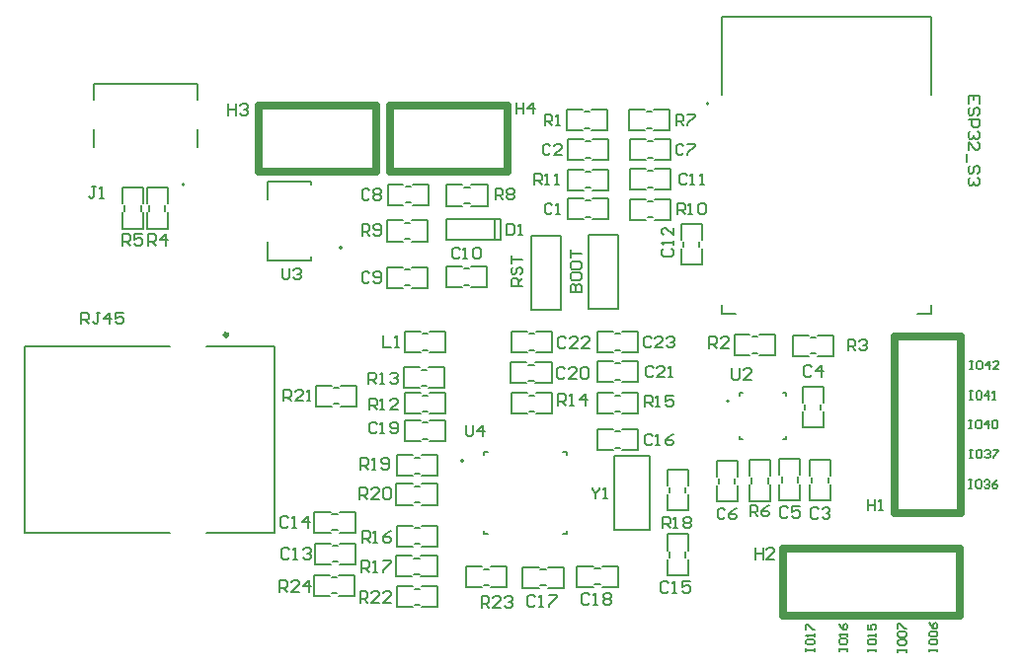
<source format=gto>
G04*
G04 #@! TF.GenerationSoftware,Altium Limited,Altium Designer,24.9.1 (31)*
G04*
G04 Layer_Color=65535*
%FSTAX44Y44*%
%MOMM*%
G71*
G04*
G04 #@! TF.SameCoordinates,77538C0C-0C9F-436E-B66A-60309351D6FF*
G04*
G04*
G04 #@! TF.FilePolarity,Positive*
G04*
G01*
G75*
%ADD10C,0.2000*%
%ADD11C,0.3000*%
%ADD12C,0.1778*%
%ADD13C,0.1270*%
%ADD14C,0.6350*%
D10*
X0033512Y00169741D02*
G03*
X0033512Y00169741I-00001J0D01*
G01*
X0054556Y0047625D02*
G03*
X0054556Y0047625I-00001J0D01*
G01*
X00230912Y00352766D02*
G03*
X00230912Y00352766I-00001J0D01*
G01*
X0056282Y0022078D02*
G03*
X0056282Y0022078I-00001J0D01*
G01*
X00095738Y00406852D02*
G03*
X00095738Y00406852I-00001J0D01*
G01*
X00299484Y00156718D02*
X00312902D01*
Y00174752D01*
X00299484D02*
X00312902D01*
X00277902D02*
X00291734D01*
X00277902Y00156718D02*
X00291734D01*
X00277902D02*
Y00174752D01*
X00228872Y00125984D02*
X00242316D01*
X00207264D02*
X00221122D01*
X00207264Y00108204D02*
X00221122D01*
X00228872D02*
X00242316D01*
X00207264D02*
Y00125984D01*
X00242316Y00108204D02*
Y00125984D01*
X00278156Y001143D02*
X00291574D01*
X00278156Y00096266D02*
Y001143D01*
Y00096266D02*
X00291574D01*
X00299324D02*
X00313156D01*
X00299324Y001143D02*
X00313156D01*
Y00096266D02*
Y001143D01*
X00277648Y00088392D02*
X00291066D01*
X00277648Y00070358D02*
Y00088392D01*
Y00070358D02*
X00291066D01*
X00298816D02*
X00312648D01*
X00298816Y00088392D02*
X00312648D01*
Y00070358D02*
Y00088392D01*
X0045417Y00079502D02*
X00467614D01*
X00432562D02*
X0044642D01*
X00432562Y00061722D02*
X0044642D01*
X0045417D02*
X00467614D01*
X00432562D02*
Y00079502D01*
X00467614Y00061722D02*
Y00079502D01*
X00443172Y00299974D02*
X00468122D01*
Y00363474D01*
X00442722D02*
X00468122D01*
X00442722Y00299974D02*
Y00363474D01*
Y00299974D02*
X00443172D01*
X003762Y00228092D02*
X00389618D01*
X003762Y00210058D02*
Y00228092D01*
Y00210058D02*
X00389618D01*
X00397368D02*
X004112D01*
X00397368Y00228092D02*
X004112D01*
Y00210058D02*
Y00228092D01*
X0028476D02*
X00298178D01*
X0028476Y00210058D02*
Y00228092D01*
Y00210058D02*
X00298178D01*
X00305928D02*
X0031976D01*
X00305928Y00228092D02*
X0031976D01*
Y00210058D02*
Y00228092D01*
X0044986D02*
X00463278D01*
X0044986Y00210058D02*
Y00228092D01*
Y00210058D02*
X00463278D01*
X00471028D02*
X0048486D01*
X00471028Y00228092D02*
X0048486D01*
Y00210058D02*
Y00228092D01*
X00606264Y00157606D02*
Y0017105D01*
Y00135998D02*
Y00149856D01*
X00624044Y00135998D02*
Y00149856D01*
Y00157606D02*
Y0017105D01*
X00606264Y00135998D02*
X00624044D01*
X00606264Y0017105D02*
X00624044D01*
X00649986Y00135636D02*
Y0014908D01*
Y0015683D02*
Y00170688D01*
X00632206Y0015683D02*
Y00170688D01*
Y00135636D02*
Y0014908D01*
Y00170688D02*
X00649986D01*
X00632206Y00135636D02*
X00649986D01*
X00598424Y0015699D02*
Y00170408D01*
X0058039D02*
X00598424D01*
X0058039Y0015699D02*
Y00170408D01*
Y00135408D02*
Y0014924D01*
X00598424Y00135408D02*
Y0014924D01*
X0058039Y00135408D02*
X00598424D01*
X0057023Y00134874D02*
Y00148318D01*
Y00156068D02*
Y00169926D01*
X0055245Y00156068D02*
Y00169926D01*
Y00134874D02*
Y00148318D01*
Y00169926D02*
X0057023D01*
X0055245Y00134874D02*
X0057023D01*
X00639082Y00259588D02*
X006525D01*
Y00277622D01*
X00639082D02*
X006525D01*
X006175D02*
X00631332D01*
X006175Y00259588D02*
X00631332D01*
X006175D02*
Y00277622D01*
X00567404Y00278284D02*
X00580822D01*
X00567404Y0026025D02*
Y00278284D01*
Y0026025D02*
X00580822D01*
X00588572D02*
X00602404D01*
X00588572Y00278284D02*
X00602404D01*
Y0026025D02*
Y00278284D01*
X00449834Y0017907D02*
X00463278D01*
X00471028D02*
X00484886D01*
X00471028Y0019685D02*
X00484886D01*
X00449834D02*
X00463278D01*
X00484886Y0017907D02*
Y0019685D01*
X00449834Y0017907D02*
Y0019685D01*
X00407688Y00078486D02*
X00421132D01*
X0038608D02*
X00399938D01*
X0038608Y00060706D02*
X00399938D01*
X00407688D02*
X00421132D01*
X0038608D02*
Y00078486D01*
X00421132Y00060706D02*
Y00078486D01*
X0033728Y00079148D02*
X00350698D01*
X0033728Y00061114D02*
Y00079148D01*
Y00061114D02*
X00350698D01*
X00358448D02*
X0037228D01*
X00358448Y00079148D02*
X0037228D01*
Y00061114D02*
Y00079148D01*
X00277902Y0006223D02*
X0029132D01*
X00277902Y00044196D02*
Y0006223D01*
Y00044196D02*
X0029132D01*
X0029907D02*
X00312902D01*
X0029907Y0006223D02*
X00312902D01*
Y00044196D02*
Y0006223D01*
X00207036Y00071882D02*
X00220454D01*
X00207036Y00053848D02*
Y00071882D01*
Y00053848D02*
X00220454D01*
X00228204D02*
X00242036D01*
X00228204Y00071882D02*
X00242036D01*
Y00053848D02*
Y00071882D01*
X00306342Y0020447D02*
X00319786D01*
X00284734D02*
X00298592D01*
X00284734Y0018669D02*
X00298592D01*
X00306342D02*
X00319786D01*
X00284734D02*
Y0020447D01*
X00319786Y0018669D02*
Y0020447D01*
X00299338Y00131926D02*
X00312756D01*
Y0014996D01*
X00299338D02*
X00312756D01*
X00277756D02*
X00291588D01*
X00277756Y00131926D02*
X00291588D01*
X00277756D02*
Y0014996D01*
X00230142Y00216408D02*
X0024356D01*
Y00234442D01*
X00230142D02*
X0024356D01*
X0020856D02*
X00222392D01*
X0020856Y00216408D02*
X00222392D01*
X0020856D02*
Y00234442D01*
X00207772Y0008128D02*
X00221216D01*
X00228966D02*
X00242824D01*
X00228966Y0009906D02*
X00242824D01*
X00207772D02*
X00221216D01*
X00242824Y0008128D02*
Y0009906D01*
X00207772Y0008128D02*
Y0009906D01*
X00284252Y0025019D02*
X0029767D01*
X00284252Y00232156D02*
Y0025019D01*
Y00232156D02*
X0029767D01*
X0030542D02*
X00319252D01*
X0030542Y0025019D02*
X00319252D01*
Y00232156D02*
Y0025019D01*
X00527812Y00148862D02*
Y0016228D01*
X00509778D02*
X00527812D01*
X00509778Y00148862D02*
Y0016228D01*
Y0012728D02*
Y00141112D01*
X00527812Y0012728D02*
Y00141112D01*
X00509778Y0012728D02*
X00527812D01*
X0046482Y0011049D02*
X0047031D01*
X0046482D02*
Y0017399D01*
X004953D01*
Y0011049D02*
Y0017399D01*
X0047031Y0011049D02*
X004953D01*
X00527812Y00071882D02*
Y00085326D01*
Y00093076D02*
Y00106934D01*
X00510032Y00093076D02*
Y00106934D01*
Y00071882D02*
Y00085326D01*
Y00106934D02*
X00527812D01*
X00510032Y00071882D02*
X00527812D01*
X00471442Y0025527D02*
X00484886D01*
X00449834D02*
X00463692D01*
X00449834Y0023749D02*
X00463692D01*
X00471442D02*
X00484886D01*
X00449834D02*
Y0025527D01*
X00484886Y0023749D02*
Y0025527D01*
X00449834Y0026289D02*
X00463278D01*
X00471028D02*
X00484886D01*
X00471028Y0028067D02*
X00484886D01*
X00449834D02*
X00463278D01*
X00484886Y0026289D02*
Y0028067D01*
X00449834Y0026289D02*
Y0028067D01*
X0037592Y00236474D02*
X00389364D01*
X00397114D02*
X00410972D01*
X00397114Y00254254D02*
X00410972D01*
X0037592D02*
X00389364D01*
X00410972Y00236474D02*
Y00254254D01*
X0037592Y00236474D02*
Y00254254D01*
X00397782Y0028067D02*
X00411226D01*
X00376174D02*
X00390032D01*
X00376174Y0026289D02*
X00390032D01*
X00397782D02*
X00411226D01*
X00376174D02*
Y0028067D01*
X00411226Y0026289D02*
Y0028067D01*
X00306342D02*
X00319786D01*
X00284734D02*
X00298592D01*
X00284734Y0026289D02*
X00298592D01*
X00306342D02*
X00319786D01*
X00284734D02*
Y0028067D01*
X00319786Y0026289D02*
Y0028067D01*
X00320828Y00406654D02*
X00334246D01*
X00320828Y0038862D02*
Y00406654D01*
Y0038862D02*
X00334246D01*
X00341996D02*
X00355828D01*
X00341996Y00406654D02*
X00355828D01*
Y0038862D02*
Y00406654D01*
X00270198Y00389348D02*
X00283642D01*
X00291392D02*
X0030525D01*
X00291392Y00407128D02*
X0030525D01*
X00270198D02*
X00283642D01*
X0030525Y00389348D02*
Y00407128D01*
X00270198Y00389348D02*
Y00407128D01*
X00341902Y0033655D02*
X00355346D01*
X00320294D02*
X00334152D01*
X00320294Y0031877D02*
X00334152D01*
X00341902D02*
X00355346D01*
X00320294D02*
Y0033655D01*
X00355346Y0031877D02*
Y0033655D01*
X00269494Y00318262D02*
X00282938D01*
X00290688D02*
X00304546D01*
X00290688Y00336042D02*
X00304546D01*
X00269494D02*
X00282938D01*
X00304546Y00318262D02*
Y00336042D01*
X00269494Y00318262D02*
Y00336042D01*
X00291102Y0035814D02*
X0030452D01*
Y00376174D01*
X00291102D02*
X0030452D01*
X0026952D02*
X00283352D01*
X0026952Y0035814D02*
X00283352D01*
X0026952D02*
Y00376174D01*
X00081788Y0039067D02*
Y00404088D01*
X00063754D02*
X00081788D01*
X00063754Y0039067D02*
Y00404088D01*
Y00369088D02*
Y0038292D01*
X00081788Y00369088D02*
Y0038292D01*
X00063754Y00369088D02*
X00081788D01*
X00060706Y0039067D02*
Y00404088D01*
X00042672D02*
X00060706D01*
X00042672Y0039067D02*
Y00404088D01*
Y00369088D02*
Y0038292D01*
X00060706Y00369088D02*
Y0038292D01*
X00042672Y00369088D02*
X00060706D01*
X00499382Y00376428D02*
X005128D01*
Y00394462D01*
X00499382D02*
X005128D01*
X004778D02*
X00491632D01*
X004778Y00376428D02*
X00491632D01*
X004778D02*
Y00394462D01*
X00499382Y0042037D02*
X00512826D01*
X00477774D02*
X00491632D01*
X00477774Y0040259D02*
X00491632D01*
X00499382D02*
X00512826D01*
X00477774D02*
Y0042037D01*
X00512826Y0040259D02*
Y0042037D01*
X00499382Y0044577D02*
X00512826D01*
X00477774D02*
X00491632D01*
X00477774Y0042799D02*
X00491632D01*
X00499382D02*
X00512826D01*
X00477774D02*
Y0044577D01*
X00512826Y0042799D02*
Y0044577D01*
X00477184Y00471324D02*
X00490602D01*
X00477184Y0045329D02*
Y00471324D01*
Y0045329D02*
X00490602D01*
X00498352D02*
X00512184D01*
X00498352Y00471324D02*
X00512184D01*
Y0045329D02*
Y00471324D01*
X00446042Y00401828D02*
X0045946D01*
Y00419862D01*
X00446042D02*
X0045946D01*
X0042446D02*
X00438292D01*
X0042446Y00401828D02*
X00438292D01*
X0042446D02*
Y00419862D01*
X00424434Y0037719D02*
X00437878D01*
X00445628D02*
X00459486D01*
X00445628Y0039497D02*
X00459486D01*
X00424434D02*
X00437878D01*
X00459486Y0037719D02*
Y0039497D01*
X00424434Y0037719D02*
Y0039497D01*
Y0042799D02*
X00437878D01*
X00445628D02*
X00459486D01*
X00445628Y0044577D02*
X00459486D01*
X00424434D02*
X00437878D01*
X00459486Y0042799D02*
Y0044577D01*
X00424434Y0042799D02*
Y0044577D01*
X00423844Y00471324D02*
X00437262D01*
X00423844Y0045329D02*
Y00471324D01*
Y0045329D02*
X00437262D01*
X00445012D02*
X00458844D01*
X00445012Y00471324D02*
X00458844D01*
Y0045329D02*
Y00471324D01*
X0053975Y00338074D02*
Y00351518D01*
Y00359268D02*
Y00373126D01*
X0052197Y00359268D02*
Y00373126D01*
Y00338074D02*
Y00351518D01*
Y00373126D02*
X0053975D01*
X0052197Y00338074D02*
X0053975D01*
X0032038Y0037719D02*
X0036737D01*
X0032038Y0035941D02*
Y0037719D01*
Y0035941D02*
X0036737D01*
Y0036963D01*
Y0037719D01*
X0036229Y0035941D02*
Y0037719D01*
X00393446Y00362966D02*
X00418396D01*
X00393446Y00299466D02*
Y00362966D01*
Y00299466D02*
X00418846D01*
Y00362966D01*
X00418396D02*
X00418846D01*
X0064389Y00198374D02*
Y00211818D01*
Y00219568D02*
Y00233426D01*
X0062611Y00219568D02*
Y00233426D01*
Y00198374D02*
Y00211818D01*
Y00233426D02*
X0064389D01*
X0062611Y00198374D02*
X0064389D01*
X00734714Y00006064D02*
Y00008397D01*
Y0000723D01*
X00741712D01*
Y00006064D01*
Y00008397D01*
X00734714Y00015394D02*
Y00013062D01*
X00735881Y00011896D01*
X00740546D01*
X00741712Y00013062D01*
Y00015394D01*
X00740546Y00016561D01*
X00735881D01*
X00734714Y00015394D01*
X00735881Y00018893D02*
X00734714Y00020059D01*
Y00022392D01*
X00735881Y00023558D01*
X00740546D01*
X00741712Y00022392D01*
Y00020059D01*
X00740546Y00018893D01*
X00735881D01*
X00734714Y00030556D02*
X00735881Y00028224D01*
X00738213Y00025891D01*
X00740546D01*
X00741712Y00027057D01*
Y0002939D01*
X00740546Y00030556D01*
X00739379D01*
X00738213Y0002939D01*
Y00025891D01*
X0070779Y0000581D02*
Y00008143D01*
Y00006976D01*
X00714788D01*
Y0000581D01*
Y00008143D01*
X0070779Y0001514D02*
Y00012808D01*
X00708957Y00011641D01*
X00713622D01*
X00714788Y00012808D01*
Y0001514D01*
X00713622Y00016307D01*
X00708957D01*
X0070779Y0001514D01*
X00708957Y00018639D02*
X0070779Y00019806D01*
Y00022138D01*
X00708957Y00023304D01*
X00713622D01*
X00714788Y00022138D01*
Y00019806D01*
X00713622Y00018639D01*
X00708957D01*
X0070779Y00025637D02*
Y00030302D01*
X00708957D01*
X00713622Y00025637D01*
X00714788D01*
X00681882Y00006064D02*
Y00008397D01*
Y0000723D01*
X0068888D01*
Y00006064D01*
Y00008397D01*
X00681882Y00015394D02*
Y00013062D01*
X00683048Y00011896D01*
X00687714D01*
X0068888Y00013062D01*
Y00015394D01*
X00687714Y00016561D01*
X00683048D01*
X00681882Y00015394D01*
X0068888Y00018893D02*
Y00021226D01*
Y00020059D01*
X00681882D01*
X00683048Y00018893D01*
X00681882Y0002939D02*
Y00024725D01*
X00685381D01*
X00684215Y00027057D01*
Y00028224D01*
X00685381Y0002939D01*
X00687714D01*
X0068888Y00028224D01*
Y00025891D01*
X00687714Y00024725D01*
X00657498Y00006572D02*
Y00008905D01*
Y00007738D01*
X00664496D01*
Y00006572D01*
Y00008905D01*
X00657498Y00015902D02*
Y0001357D01*
X00658664Y00012404D01*
X0066333D01*
X00664496Y0001357D01*
Y00015902D01*
X0066333Y00017069D01*
X00658664D01*
X00657498Y00015902D01*
X00664496Y00019401D02*
Y00021734D01*
Y00020568D01*
X00657498D01*
X00658664Y00019401D01*
X00657498Y00029898D02*
X00658664Y00027565D01*
X00660997Y00025233D01*
X0066333D01*
X00664496Y00026399D01*
Y00028732D01*
X0066333Y00029898D01*
X00662163D01*
X00660997Y00028732D01*
Y00025233D01*
X0062905Y00006318D02*
Y00008651D01*
Y00007484D01*
X00636048D01*
Y00006318D01*
Y00008651D01*
X0062905Y00015648D02*
Y00013316D01*
X00630216Y00012149D01*
X00634882D01*
X00636048Y00013316D01*
Y00015648D01*
X00634882Y00016815D01*
X00630216D01*
X0062905Y00015648D01*
X00636048Y00019147D02*
Y0002148D01*
Y00020313D01*
X0062905D01*
X00630216Y00019147D01*
X0062905Y00024979D02*
Y00029644D01*
X00630216D01*
X00634882Y00024979D01*
X00636048D01*
X00768826Y0015327D02*
X00771159D01*
X00769992D01*
Y00146272D01*
X00768826D01*
X00771159D01*
X00778156Y0015327D02*
X00775824D01*
X00774658Y00152104D01*
Y00147438D01*
X00775824Y00146272D01*
X00778156D01*
X00779323Y00147438D01*
Y00152104D01*
X00778156Y0015327D01*
X00781655Y00152104D02*
X00782822Y0015327D01*
X00785154D01*
X0078632Y00152104D01*
Y00150937D01*
X00785154Y00149771D01*
X00783988D01*
X00785154D01*
X0078632Y00148605D01*
Y00147438D01*
X00785154Y00146272D01*
X00782822D01*
X00781655Y00147438D01*
X00793318Y0015327D02*
X00790985Y00152104D01*
X00788653Y00149771D01*
Y00147438D01*
X00789819Y00146272D01*
X00792152D01*
X00793318Y00147438D01*
Y00148605D01*
X00792152Y00149771D01*
X00788653D01*
X00769334Y00179178D02*
X00771667D01*
X007705D01*
Y0017218D01*
X00769334D01*
X00771667D01*
X00778664Y00179178D02*
X00776332D01*
X00775165Y00178011D01*
Y00173346D01*
X00776332Y0017218D01*
X00778664D01*
X00779831Y00173346D01*
Y00178011D01*
X00778664Y00179178D01*
X00782163Y00178011D02*
X00783329Y00179178D01*
X00785662D01*
X00786828Y00178011D01*
Y00176845D01*
X00785662Y00175679D01*
X00784496D01*
X00785662D01*
X00786828Y00174513D01*
Y00173346D01*
X00785662Y0017218D01*
X00783329D01*
X00782163Y00173346D01*
X00789161Y00179178D02*
X00793826D01*
Y00178011D01*
X00789161Y00173346D01*
Y0017218D01*
X00768826Y00204578D02*
X00771159D01*
X00769992D01*
Y0019758D01*
X00768826D01*
X00771159D01*
X00778156Y00204578D02*
X00775824D01*
X00774658Y00203412D01*
Y00198746D01*
X00775824Y0019758D01*
X00778156D01*
X00779323Y00198746D01*
Y00203412D01*
X00778156Y00204578D01*
X00785154Y0019758D02*
Y00204578D01*
X00781655Y00201079D01*
X0078632D01*
X00788653Y00203412D02*
X00789819Y00204578D01*
X00792152D01*
X00793318Y00203412D01*
Y00198746D01*
X00792152Y0019758D01*
X00789819D01*
X00788653Y00198746D01*
Y00203412D01*
X0076908Y0022947D02*
X00771413D01*
X00770246D01*
Y00222472D01*
X0076908D01*
X00771413D01*
X0077841Y0022947D02*
X00776078D01*
X00774911Y00228304D01*
Y00223638D01*
X00776078Y00222472D01*
X0077841D01*
X00779577Y00223638D01*
Y00228304D01*
X0077841Y0022947D01*
X00785408Y00222472D02*
Y0022947D01*
X00781909Y00225971D01*
X00786574D01*
X00788907Y00222472D02*
X00791239D01*
X00790073D01*
Y0022947D01*
X00788907Y00228304D01*
X00769588Y00255378D02*
X00771921D01*
X00770754D01*
Y0024838D01*
X00769588D01*
X00771921D01*
X00778918Y00255378D02*
X00776586D01*
X00775419Y00254212D01*
Y00249546D01*
X00776586Y0024838D01*
X00778918D01*
X00780085Y00249546D01*
Y00254212D01*
X00778918Y00255378D01*
X00785916Y0024838D02*
Y00255378D01*
X00782417Y00251879D01*
X00787082D01*
X0079408Y0024838D02*
X00789415D01*
X0079408Y00253045D01*
Y00254212D01*
X00792914Y00255378D01*
X00790581D01*
X00789415Y00254212D01*
X00246642Y0016198D02*
Y00171976D01*
X0025164D01*
X00253307Y0017031D01*
Y00166978D01*
X0025164Y00165312D01*
X00246642D01*
X00249974D02*
X00253307Y0016198D01*
X00256639D02*
X00259971D01*
X00258305D01*
Y00171976D01*
X00256639Y0017031D01*
X00264969Y00163646D02*
X00266636Y0016198D01*
X00269968D01*
X00271634Y00163646D01*
Y0017031D01*
X00269968Y00171976D01*
X00266636D01*
X00264969Y0017031D01*
Y00168644D01*
X00266636Y00166978D01*
X00271634D01*
X00362509Y00393782D02*
Y00403778D01*
X00367508D01*
X00369174Y00402112D01*
Y0039878D01*
X00367508Y00397114D01*
X00362509D01*
X00365842D02*
X00369174Y00393782D01*
X00372506Y00402112D02*
X00374172Y00403778D01*
X00377505D01*
X00379171Y00402112D01*
Y00400446D01*
X00377505Y0039878D01*
X00379171Y00397114D01*
Y00395448D01*
X00377505Y00393782D01*
X00374172D01*
X00372506Y00395448D01*
Y00397114D01*
X00374172Y0039878D01*
X00372506Y00400446D01*
Y00402112D01*
X00374172Y0039878D02*
X00377505D01*
X00380289Y00477438D02*
Y00467442D01*
Y0047244D01*
X00386954D01*
Y00477438D01*
Y00467442D01*
X00395285D02*
Y00477438D01*
X00390286Y0047244D01*
X00396951D01*
X00445456Y00147238D02*
Y00145572D01*
X00448788Y0014224D01*
X0045212Y00145572D01*
Y00147238D01*
X00448788Y0014224D02*
Y00137242D01*
X00455452D02*
X00458784D01*
X00457118D01*
Y00147238D01*
X00455452Y00145572D01*
X00337109Y00200578D02*
Y00192248D01*
X00338775Y00190582D01*
X00342108D01*
X00343774Y00192248D01*
Y00200578D01*
X00352104Y00190582D02*
Y00200578D01*
X00347106Y0019558D01*
X00353771D01*
X00179629Y00335198D02*
Y00326868D01*
X00181296Y00325202D01*
X00184628D01*
X00186294Y00326868D01*
Y00335198D01*
X00189626Y00333532D02*
X00191292Y00335198D01*
X00194625D01*
X00196291Y00333532D01*
Y00331866D01*
X00194625Y003302D01*
X00192958D01*
X00194625D01*
X00196291Y00328534D01*
Y00326868D01*
X00194625Y00325202D01*
X00191292D01*
X00189626Y00326868D01*
X00565201Y00249346D02*
Y00241016D01*
X00566867Y0023935D01*
X005702D01*
X00571866Y00241016D01*
Y00249346D01*
X00581863Y0023935D02*
X00575198D01*
X00581863Y00246014D01*
Y0024768D01*
X00580196Y00249346D01*
X00576864D01*
X00575198Y0024768D01*
X00777991Y00476157D02*
Y00482821D01*
X00767995D01*
Y00476157D01*
X00772993Y00482821D02*
Y00479489D01*
X00776325Y0046616D02*
X00777991Y00467826D01*
Y00471158D01*
X00776325Y00472824D01*
X00774659D01*
X00772993Y00471158D01*
Y00467826D01*
X00771327Y0046616D01*
X00769661D01*
X00767995Y00467826D01*
Y00471158D01*
X00769661Y00472824D01*
X00767995Y00462827D02*
X00777991D01*
Y00457829D01*
X00776325Y00456163D01*
X00772993D01*
X00771327Y00457829D01*
Y00462827D01*
X00776325Y00452831D02*
X00777991Y00451165D01*
Y00447832D01*
X00776325Y00446166D01*
X00774659D01*
X00772993Y00447832D01*
Y00449498D01*
Y00447832D01*
X00771327Y00446166D01*
X00769661D01*
X00767995Y00447832D01*
Y00451165D01*
X00769661Y00452831D01*
X00767995Y00436169D02*
Y00442834D01*
X00774659Y00436169D01*
X00776325D01*
X00777991Y00437835D01*
Y00441168D01*
X00776325Y00442834D01*
X00766329Y00432837D02*
Y00426173D01*
X00776325Y00416176D02*
X00777991Y00417842D01*
Y00421174D01*
X00776325Y0042284D01*
X00774659D01*
X00772993Y00421174D01*
Y00417842D01*
X00771327Y00416176D01*
X00769661D01*
X00767995Y00417842D01*
Y00421174D01*
X00769661Y0042284D01*
X00776325Y00412844D02*
X00777991Y00411177D01*
Y00407845D01*
X00776325Y00406179D01*
X00774659D01*
X00772993Y00407845D01*
Y00409511D01*
Y00407845D01*
X00771327Y00406179D01*
X00769661D01*
X00767995Y00407845D01*
Y00411177D01*
X00769661Y00412844D01*
X00426802Y00314413D02*
X00436798D01*
Y00319411D01*
X00435132Y00321077D01*
X00433466D01*
X004318Y00319411D01*
Y00314413D01*
Y00319411D01*
X00430134Y00321077D01*
X00428468D01*
X00426802Y00319411D01*
Y00314413D01*
Y00329408D02*
Y00326076D01*
X00428468Y00324409D01*
X00435132D01*
X00436798Y00326076D01*
Y00329408D01*
X00435132Y00331074D01*
X00428468D01*
X00426802Y00329408D01*
Y00339404D02*
Y00336072D01*
X00428468Y00334406D01*
X00435132D01*
X00436798Y00336072D01*
Y00339404D01*
X00435132Y00341071D01*
X00428468D01*
X00426802Y00339404D01*
Y00344403D02*
Y00351067D01*
Y00347735D01*
X00436798D01*
X00385998Y00319411D02*
X00376002D01*
Y00324409D01*
X00377668Y00326076D01*
X00381D01*
X00382666Y00324409D01*
Y00319411D01*
Y00322743D02*
X00385998Y00326076D01*
X00377668Y00336072D02*
X00376002Y00334406D01*
Y00331074D01*
X00377668Y00329408D01*
X00379334D01*
X00381Y00331074D01*
Y00334406D01*
X00382666Y00336072D01*
X00384332D01*
X00385998Y00334406D01*
Y00331074D01*
X00384332Y00329408D01*
X00376002Y00339404D02*
Y00346069D01*
Y00342737D01*
X00385998D01*
X00177571Y00057198D02*
Y00067194D01*
X00182569D01*
X00184235Y00065528D01*
Y00062196D01*
X00182569Y0006053D01*
X00177571D01*
X00180903D02*
X00184235Y00057198D01*
X00194232D02*
X00187568D01*
X00194232Y00063862D01*
Y00065528D01*
X00192566Y00067194D01*
X00189234D01*
X00187568Y00065528D01*
X00202563Y00057198D02*
Y00067194D01*
X00197565Y00062196D01*
X00204229D01*
X00350653Y00044024D02*
Y0005402D01*
X00355651D01*
X00357318Y00052354D01*
Y00049022D01*
X00355651Y00047356D01*
X00350653D01*
X00353985D02*
X00357318Y00044024D01*
X00367314D02*
X0036065D01*
X00367314Y00050688D01*
Y00052354D01*
X00365648Y0005402D01*
X00362316D01*
X0036065Y00052354D01*
X00370647D02*
X00372313Y0005402D01*
X00375645D01*
X00377311Y00052354D01*
Y00050688D01*
X00375645Y00049022D01*
X00373979D01*
X00375645D01*
X00377311Y00047356D01*
Y0004569D01*
X00375645Y00044024D01*
X00372313D01*
X00370647Y0004569D01*
X00246513Y00047834D02*
Y0005783D01*
X00251511D01*
X00253178Y00056164D01*
Y00052832D01*
X00251511Y00051166D01*
X00246513D01*
X00249845D02*
X00253178Y00047834D01*
X00263174D02*
X0025651D01*
X00263174Y00054498D01*
Y00056164D01*
X00261508Y0005783D01*
X00258176D01*
X0025651Y00056164D01*
X00273171Y00047834D02*
X00266507D01*
X00273171Y00054498D01*
Y00056164D01*
X00271505Y0005783D01*
X00268173D01*
X00266507Y00056164D01*
X00180761Y00221028D02*
Y00231024D01*
X0018576D01*
X00187426Y00229358D01*
Y00226026D01*
X0018576Y0022436D01*
X00180761D01*
X00184093D02*
X00187426Y00221028D01*
X00197422D02*
X00190758D01*
X00197422Y00227692D01*
Y00229358D01*
X00195756Y00231024D01*
X00192424D01*
X00190758Y00229358D01*
X00200755Y00221028D02*
X00204087D01*
X00202421D01*
Y00231024D01*
X00200755Y00229358D01*
X00246367Y0013658D02*
Y00146576D01*
X00251365D01*
X00253032Y0014491D01*
Y00141578D01*
X00251365Y00139912D01*
X00246367D01*
X00249699D02*
X00253032Y0013658D01*
X00263028D02*
X00256364D01*
X00263028Y00143244D01*
Y0014491D01*
X00261362Y00146576D01*
X0025803D01*
X00256364Y0014491D01*
X0026636D02*
X00268027Y00146576D01*
X00271359D01*
X00273025Y0014491D01*
Y00138246D01*
X00271359Y0013658D01*
X00268027D01*
X0026636Y00138246D01*
Y0014491D01*
X00505664Y00111842D02*
Y00121838D01*
X00510662D01*
X00512328Y00120172D01*
Y0011684D01*
X00510662Y00115174D01*
X00505664D01*
X00508996D02*
X00512328Y00111842D01*
X00515661D02*
X00518993D01*
X00517327D01*
Y00121838D01*
X00515661Y00120172D01*
X00523992D02*
X00525658Y00121838D01*
X0052899D01*
X00530656Y00120172D01*
Y00118506D01*
X0052899Y0011684D01*
X00530656Y00115174D01*
Y00113508D01*
X0052899Y00111842D01*
X00525658D01*
X00523992Y00113508D01*
Y00115174D01*
X00525658Y0011684D01*
X00523992Y00118506D01*
Y00120172D01*
X00525658Y0011684D02*
X0052899D01*
X00247746Y00074404D02*
Y000844D01*
X00252744D01*
X0025441Y00082734D01*
Y00079402D01*
X00252744Y00077736D01*
X00247746D01*
X00251078D02*
X0025441Y00074404D01*
X00257743D02*
X00261075D01*
X00259409D01*
Y000844D01*
X00257743Y00082734D01*
X00266073Y000844D02*
X00272738D01*
Y00082734D01*
X00266073Y0007607D01*
Y00074404D01*
X00248254Y00099804D02*
Y001098D01*
X00253252D01*
X00254918Y00108134D01*
Y00104802D01*
X00253252Y00103136D01*
X00248254D01*
X00251586D02*
X00254918Y00099804D01*
X00258251D02*
X00261583D01*
X00259917D01*
Y001098D01*
X00258251Y00108134D01*
X00273246Y001098D02*
X00269914Y00108134D01*
X00266581Y00104802D01*
Y0010147D01*
X00268248Y00099804D01*
X0027158D01*
X00273246Y0010147D01*
Y00103136D01*
X0027158Y00104802D01*
X00266581D01*
X00490424Y00215982D02*
Y00225978D01*
X00495422D01*
X00497089Y00224312D01*
Y0022098D01*
X00495422Y00219314D01*
X00490424D01*
X00493756D02*
X00497089Y00215982D01*
X00500421D02*
X00503753D01*
X00502087D01*
Y00225978D01*
X00500421Y00224312D01*
X00515416Y00225978D02*
X00508751D01*
Y0022098D01*
X00512084Y00222646D01*
X0051375D01*
X00515416Y0022098D01*
Y00217648D01*
X0051375Y00215982D01*
X00510418D01*
X00508751Y00217648D01*
X00416256Y00217252D02*
Y00227248D01*
X00421254D01*
X0042292Y00225582D01*
Y0022225D01*
X00421254Y00220584D01*
X00416256D01*
X00419588D02*
X0042292Y00217252D01*
X00426253D02*
X00429585D01*
X00427919D01*
Y00227248D01*
X00426253Y00225582D01*
X00439582Y00217252D02*
Y00227248D01*
X00434584Y0022225D01*
X00441248D01*
X00253696Y0023554D02*
Y00245536D01*
X00258694D01*
X00260361Y0024387D01*
Y00240538D01*
X00258694Y00238872D01*
X00253696D01*
X00257028D02*
X00260361Y0023554D01*
X00263693D02*
X00267025D01*
X00265359D01*
Y00245536D01*
X00263693Y0024387D01*
X00272024D02*
X0027369Y00245536D01*
X00277022D01*
X00278688Y0024387D01*
Y00242204D01*
X00277022Y00240538D01*
X00275356D01*
X00277022D01*
X00278688Y00238872D01*
Y00237206D01*
X00277022Y0023554D01*
X0027369D01*
X00272024Y00237206D01*
X00254204Y00213442D02*
Y00223438D01*
X00259202D01*
X00260868Y00221772D01*
Y0021844D01*
X00259202Y00216774D01*
X00254204D01*
X00257536D02*
X00260868Y00213442D01*
X00264201D02*
X00267533D01*
X00265867D01*
Y00223438D01*
X00264201Y00221772D01*
X00279196Y00213442D02*
X00272532D01*
X00279196Y00220106D01*
Y00221772D01*
X0027753Y00223438D01*
X00274198D01*
X00272532Y00221772D01*
X0039557Y00406482D02*
Y00416478D01*
X00400569D01*
X00402235Y00414812D01*
Y0041148D01*
X00400569Y00409814D01*
X0039557D01*
X00398902D02*
X00402235Y00406482D01*
X00405567D02*
X00408899D01*
X00407233D01*
Y00416478D01*
X00405567Y00414812D01*
X00413898Y00406482D02*
X0041723D01*
X00415564D01*
Y00416478D01*
X00413898Y00414812D01*
X00518364Y00381082D02*
Y00391078D01*
X00523362D01*
X00525028Y00389412D01*
Y0038608D01*
X00523362Y00384414D01*
X00518364D01*
X00521696D02*
X00525028Y00381082D01*
X00528361D02*
X00531693D01*
X00530027D01*
Y00391078D01*
X00528361Y00389412D01*
X00536692D02*
X00538358Y00391078D01*
X0054169D01*
X00543356Y00389412D01*
Y00382748D01*
X0054169Y00381082D01*
X00538358D01*
X00536692Y00382748D01*
Y00389412D01*
X00248209Y00362794D02*
Y0037279D01*
X00253208D01*
X00254874Y00371124D01*
Y00367792D01*
X00253208Y00366126D01*
X00248209D01*
X00251542D02*
X00254874Y00362794D01*
X00258206Y0036446D02*
X00259872Y00362794D01*
X00263204D01*
X00264871Y0036446D01*
Y00371124D01*
X00263204Y0037279D01*
X00259872D01*
X00258206Y00371124D01*
Y00369458D01*
X00259872Y00367792D01*
X00264871D01*
X00517449Y00457282D02*
Y00467278D01*
X00522448D01*
X00524114Y00465612D01*
Y0046228D01*
X00522448Y00460614D01*
X00517449D01*
X00520782D02*
X00524114Y00457282D01*
X00527446Y00467278D02*
X00534111D01*
Y00465612D01*
X00527446Y00458948D01*
Y00457282D01*
X00580949Y00122002D02*
Y00131998D01*
X00585948D01*
X00587614Y00130332D01*
Y00127D01*
X00585948Y00125334D01*
X00580949D01*
X00584282D02*
X00587614Y00122002D01*
X00597611Y00131998D02*
X00594278Y00130332D01*
X00590946Y00127D01*
Y00123668D01*
X00592612Y00122002D01*
X00595945D01*
X00597611Y00123668D01*
Y00125334D01*
X00595945Y00127D01*
X00590946D01*
X00043231Y00354412D02*
Y00364408D01*
X0004823D01*
X00049896Y00362742D01*
Y0035941D01*
X0004823Y00357744D01*
X00043231D01*
X00046564D02*
X00049896Y00354412D01*
X00059893Y00364408D02*
X00053228D01*
Y0035941D01*
X0005656Y00361076D01*
X00058226D01*
X00059893Y0035941D01*
Y00356078D01*
X00058226Y00354412D01*
X00054894D01*
X00053228Y00356078D01*
X00065075Y00354158D02*
Y00364154D01*
X00070074D01*
X0007174Y00362488D01*
Y00359156D01*
X00070074Y0035749D01*
X00065075D01*
X00068408D02*
X0007174Y00354158D01*
X0008007D02*
Y00364154D01*
X00075072Y00359156D01*
X00081737D01*
X00664769Y00264242D02*
Y00274238D01*
X00669768D01*
X00671434Y00272572D01*
Y0026924D01*
X00669768Y00267574D01*
X00664769D01*
X00668102D02*
X00671434Y00264242D01*
X00674766Y00272572D02*
X00676432Y00274238D01*
X00679764D01*
X00681431Y00272572D01*
Y00270906D01*
X00679764Y0026924D01*
X00678098D01*
X00679764D01*
X00681431Y00267574D01*
Y00265908D01*
X00679764Y00264242D01*
X00676432D01*
X00674766Y00265908D01*
X00546093Y00266174D02*
Y0027617D01*
X00551092D01*
X00552758Y00274504D01*
Y00271172D01*
X00551092Y00269506D01*
X00546093D01*
X00549426D02*
X00552758Y00266174D01*
X00562755D02*
X0055609D01*
X00562755Y00272838D01*
Y00274504D01*
X00561088Y0027617D01*
X00557756D01*
X0055609Y00274504D01*
X00404815Y00457282D02*
Y00467278D01*
X00409814D01*
X0041148Y00465612D01*
Y0046228D01*
X00409814Y00460614D01*
X00404815D01*
X00408148D02*
X0041148Y00457282D01*
X00414812D02*
X00418144D01*
X00416478D01*
Y00467278D01*
X00414812Y00465612D01*
X00266131Y0027754D02*
Y00267544D01*
X00272796D01*
X00276128D02*
X00279461D01*
X00277794D01*
Y0027754D01*
X00276128Y00275874D01*
X00007073Y00287102D02*
Y00297098D01*
X00012071D01*
X00013737Y00295432D01*
Y002921D01*
X00012071Y00290434D01*
X00007073D01*
X00010405D02*
X00013737Y00287102D01*
X00023734Y00297098D02*
X00020402D01*
X00022068D01*
Y00288768D01*
X00020402Y00287102D01*
X00018736D01*
X00017069Y00288768D01*
X00032064Y00287102D02*
Y00297098D01*
X00027066Y002921D01*
X00033731D01*
X00043727Y00297098D02*
X00037063D01*
Y002921D01*
X00040395Y00293766D01*
X00042061D01*
X00043727Y002921D01*
Y00288768D01*
X00042061Y00287102D01*
X00038729D01*
X00037063Y00288768D01*
X0002032Y00404794D02*
X00016988D01*
X00018654D01*
Y00396464D01*
X00016988Y00394798D01*
X00015322D01*
X00013656Y00396464D01*
X00023652Y00394798D02*
X00026985D01*
X00025318D01*
Y00404794D01*
X00023652Y00403128D01*
X00133655Y00475914D02*
Y00465918D01*
Y00470916D01*
X0014032D01*
Y00475914D01*
Y00465918D01*
X00143652Y00474248D02*
X00145318Y00475914D01*
X00148651D01*
X00150317Y00474248D01*
Y00472582D01*
X00148651Y00470916D01*
X00146984D01*
X00148651D01*
X00150317Y0046925D01*
Y00467584D01*
X00148651Y00465918D01*
X00145318D01*
X00143652Y00467584D01*
X00585267Y00095168D02*
Y00085172D01*
Y0009017D01*
X00591932D01*
Y00095168D01*
Y00085172D01*
X00601929D02*
X00595264D01*
X00601929Y00091836D01*
Y00093502D01*
X00600262Y00095168D01*
X0059693D01*
X00595264Y00093502D01*
X00681675Y00137078D02*
Y00127082D01*
Y0013208D01*
X0068834D01*
Y00137078D01*
Y00127082D01*
X00691672D02*
X00695005D01*
X00693338D01*
Y00137078D01*
X00691672Y00135412D01*
X00372136Y00373298D02*
Y00363302D01*
X00377134D01*
X003788Y00364968D01*
Y00371632D01*
X00377134Y00373298D01*
X00372136D01*
X00382132Y00363302D02*
X00385465D01*
X00383798D01*
Y00373298D01*
X00382132Y00371632D01*
X00496255Y00275112D02*
X00494589Y00276778D01*
X00491257D01*
X00489591Y00275112D01*
Y00268448D01*
X00491257Y00266782D01*
X00494589D01*
X00496255Y00268448D01*
X00506252Y00266782D02*
X00499588D01*
X00506252Y00273446D01*
Y00275112D01*
X00504586Y00276778D01*
X00501254D01*
X00499588Y00275112D01*
X00509585D02*
X00511251Y00276778D01*
X00514583D01*
X00516249Y00275112D01*
Y00273446D01*
X00514583Y0027178D01*
X00512917D01*
X00514583D01*
X00516249Y00270114D01*
Y00268448D01*
X00514583Y00266782D01*
X00511251D01*
X00509585Y00268448D01*
X00423088Y00274588D02*
X00421421Y00276254D01*
X00418089D01*
X00416423Y00274588D01*
Y00267924D01*
X00418089Y00266258D01*
X00421421D01*
X00423088Y00267924D01*
X00433084Y00266258D02*
X0042642D01*
X00433084Y00272922D01*
Y00274588D01*
X00431418Y00276254D01*
X00428086D01*
X0042642Y00274588D01*
X00443081Y00266258D02*
X00436417D01*
X00443081Y00272922D01*
Y00274588D01*
X00441415Y00276254D01*
X00438083D01*
X00436417Y00274588D01*
X00497922Y00249712D02*
X00496255Y00251378D01*
X00492923D01*
X00491257Y00249712D01*
Y00243048D01*
X00492923Y00241382D01*
X00496255D01*
X00497922Y00243048D01*
X00507918Y00241382D02*
X00501254D01*
X00507918Y00248046D01*
Y00249712D01*
X00506252Y00251378D01*
X0050292D01*
X00501254Y00249712D01*
X00511251Y00241382D02*
X00514583D01*
X00512917D01*
Y00251378D01*
X00511251Y00249712D01*
X00422341Y00248696D02*
X00420675Y00250362D01*
X00417343D01*
X00415677Y00248696D01*
Y00242032D01*
X00417343Y00240366D01*
X00420675D01*
X00422341Y00242032D01*
X00432338Y00240366D02*
X00425674D01*
X00432338Y0024703D01*
Y00248696D01*
X00430672Y00250362D01*
X0042734D01*
X00425674Y00248696D01*
X00435671D02*
X00437337Y00250362D01*
X00440669D01*
X00442335Y00248696D01*
Y00242032D01*
X00440669Y00240366D01*
X00437337D01*
X00435671Y00242032D01*
Y00248696D01*
X00260868Y00201452D02*
X00259202Y00203118D01*
X0025587D01*
X00254204Y00201452D01*
Y00194788D01*
X0025587Y00193122D01*
X00259202D01*
X00260868Y00194788D01*
X00264201Y00193122D02*
X00267533D01*
X00265867D01*
Y00203118D01*
X00264201Y00201452D01*
X00272532Y00194788D02*
X00274198Y00193122D01*
X0027753D01*
X00279196Y00194788D01*
Y00201452D01*
X0027753Y00203118D01*
X00274198D01*
X00272532Y00201452D01*
Y00199786D01*
X00274198Y0019812D01*
X00279196D01*
X00443494Y00054386D02*
X00441828Y00056052D01*
X00438496D01*
X0043683Y00054386D01*
Y00047722D01*
X00438496Y00046056D01*
X00441828D01*
X00443494Y00047722D01*
X00446827Y00046056D02*
X00450159D01*
X00448493D01*
Y00056052D01*
X00446827Y00054386D01*
X00455158D02*
X00456824Y00056052D01*
X00460156D01*
X00461822Y00054386D01*
Y0005272D01*
X00460156Y00051054D01*
X00461822Y00049388D01*
Y00047722D01*
X00460156Y00046056D01*
X00456824D01*
X00455158Y00047722D01*
Y00049388D01*
X00456824Y00051054D01*
X00455158Y0005272D01*
Y00054386D01*
X00456824Y00051054D02*
X00460156D01*
X00397012Y00053116D02*
X00395346Y00054782D01*
X00392014D01*
X00390348Y00053116D01*
Y00046452D01*
X00392014Y00044786D01*
X00395346D01*
X00397012Y00046452D01*
X00400345Y00044786D02*
X00403677D01*
X00402011D01*
Y00054782D01*
X00400345Y00053116D01*
X00408675Y00054782D02*
X0041534D01*
Y00053116D01*
X00408675Y00046452D01*
Y00044786D01*
X00497089Y00191292D02*
X00495422Y00192958D01*
X0049209D01*
X00490424Y00191292D01*
Y00184628D01*
X0049209Y00182962D01*
X00495422D01*
X00497089Y00184628D01*
X00500421Y00182962D02*
X00503753D01*
X00502087D01*
Y00192958D01*
X00500421Y00191292D01*
X00515416Y00192958D02*
X00512084Y00191292D01*
X00508751Y0018796D01*
Y00184628D01*
X00510418Y00182962D01*
X0051375D01*
X00515416Y00184628D01*
Y00186294D01*
X0051375Y0018796D01*
X00508751D01*
X00511059Y00065054D02*
X00509392Y0006672D01*
X0050606D01*
X00504394Y00065054D01*
Y0005839D01*
X0050606Y00056724D01*
X00509392D01*
X00511059Y0005839D01*
X00514391Y00056724D02*
X00517723D01*
X00516057D01*
Y0006672D01*
X00514391Y00065054D01*
X00529386Y0006672D02*
X00522721D01*
Y00061722D01*
X00526054Y00063388D01*
X0052772D01*
X00529386Y00061722D01*
Y0005839D01*
X0052772Y00056724D01*
X00524388D01*
X00522721Y0005839D01*
X00185322Y00120392D02*
X00183656Y00122058D01*
X00180324D01*
X00178658Y00120392D01*
Y00113728D01*
X00180324Y00112062D01*
X00183656D01*
X00185322Y00113728D01*
X00188655Y00112062D02*
X00191987D01*
X00190321D01*
Y00122058D01*
X00188655Y00120392D01*
X00201984Y00112062D02*
Y00122058D01*
X00196985Y0011706D01*
X0020365D01*
X0018583Y00093468D02*
X00184164Y00095134D01*
X00180832D01*
X00179166Y00093468D01*
Y00086804D01*
X00180832Y00085138D01*
X00184164D01*
X0018583Y00086804D01*
X00189163Y00085138D02*
X00192495D01*
X00190829D01*
Y00095134D01*
X00189163Y00093468D01*
X00197493D02*
X0019916Y00095134D01*
X00202492D01*
X00204158Y00093468D01*
Y00091802D01*
X00202492Y00090136D01*
X00200826D01*
X00202492D01*
X00204158Y0008847D01*
Y00086804D01*
X00202492Y00085138D01*
X0019916D01*
X00197493Y00086804D01*
X00507174Y00351604D02*
X00505508Y00349938D01*
Y00346606D01*
X00507174Y0034494D01*
X00513838D01*
X00515504Y00346606D01*
Y00349938D01*
X00513838Y00351604D01*
X00515504Y00354937D02*
Y00358269D01*
Y00356603D01*
X00505508D01*
X00507174Y00354937D01*
X00515504Y00369932D02*
Y00363267D01*
X0050884Y00369932D01*
X00507174D01*
X00505508Y00368266D01*
Y00364934D01*
X00507174Y00363267D01*
X00526695Y00414812D02*
X00525029Y00416478D01*
X00521696D01*
X0052003Y00414812D01*
Y00408148D01*
X00521696Y00406482D01*
X00525029D01*
X00526695Y00408148D01*
X00530027Y00406482D02*
X00533359D01*
X00531693D01*
Y00416478D01*
X00530027Y00414812D01*
X00538358Y00406482D02*
X0054169D01*
X00540024D01*
Y00416478D01*
X00538358Y00414812D01*
X00331988Y00351312D02*
X00330322Y00352978D01*
X0032699D01*
X00325324Y00351312D01*
Y00344648D01*
X0032699Y00342982D01*
X00330322D01*
X00331988Y00344648D01*
X00335321Y00342982D02*
X00338653D01*
X00336987D01*
Y00352978D01*
X00335321Y00351312D01*
X00343652D02*
X00345318Y00352978D01*
X0034865D01*
X00350316Y00351312D01*
Y00344648D01*
X0034865Y00342982D01*
X00345318D01*
X00343652Y00344648D01*
Y00351312D01*
X00254874Y00330484D02*
X00253208Y0033215D01*
X00249876D01*
X00248209Y00330484D01*
Y0032382D01*
X00249876Y00322154D01*
X00253208D01*
X00254874Y0032382D01*
X00258206D02*
X00259872Y00322154D01*
X00263204D01*
X00264871Y0032382D01*
Y00330484D01*
X00263204Y0033215D01*
X00259872D01*
X00258206Y00330484D01*
Y00328818D01*
X00259872Y00327152D01*
X00264871D01*
X00254874Y00401604D02*
X00253208Y0040327D01*
X00249876D01*
X00248209Y00401604D01*
Y0039494D01*
X00249876Y00393274D01*
X00253208D01*
X00254874Y0039494D01*
X00258206Y00401604D02*
X00259872Y0040327D01*
X00263204D01*
X00264871Y00401604D01*
Y00399938D01*
X00263204Y00398272D01*
X00264871Y00396606D01*
Y0039494D01*
X00263204Y00393274D01*
X00259872D01*
X00258206Y0039494D01*
Y00396606D01*
X00259872Y00398272D01*
X00258206Y00399938D01*
Y00401604D01*
X00259872Y00398272D02*
X00263204D01*
X00524114Y00440212D02*
X00522448Y00441878D01*
X00519115D01*
X00517449Y00440212D01*
Y00433548D01*
X00519115Y00431882D01*
X00522448D01*
X00524114Y00433548D01*
X00527446Y00441878D02*
X00534111D01*
Y00440212D01*
X00527446Y00433548D01*
Y00431882D01*
X00559674Y00127792D02*
X00558008Y00129458D01*
X00554675D01*
X00553009Y00127792D01*
Y00121128D01*
X00554675Y00119462D01*
X00558008D01*
X00559674Y00121128D01*
X00569671Y00129458D02*
X00566338Y00127792D01*
X00563006Y0012446D01*
Y00121128D01*
X00564672Y00119462D01*
X00568004D01*
X00569671Y00121128D01*
Y00122794D01*
X00568004Y0012446D01*
X00563006D01*
X00613742Y00128916D02*
X00612076Y00130582D01*
X00608744D01*
X00607077Y00128916D01*
Y00122252D01*
X00608744Y00120586D01*
X00612076D01*
X00613742Y00122252D01*
X00623739Y00130582D02*
X00617074D01*
Y00125584D01*
X00620406Y0012725D01*
X00622072D01*
X00623739Y00125584D01*
Y00122252D01*
X00622072Y00120586D01*
X0061874D01*
X00617074Y00122252D01*
X00633791Y00249885D02*
X00632124Y00251551D01*
X00628792D01*
X00627126Y00249885D01*
Y0024322D01*
X00628792Y00241554D01*
X00632124D01*
X00633791Y0024322D01*
X00642121Y00241554D02*
Y00251551D01*
X00637123Y00246552D01*
X00643787D01*
X0063943Y00128554D02*
X00637764Y0013022D01*
X00634431D01*
X00632765Y00128554D01*
Y0012189D01*
X00634431Y00120224D01*
X00637764D01*
X0063943Y0012189D01*
X00642762Y00128554D02*
X00644428Y0013022D01*
X0064776D01*
X00649427Y00128554D01*
Y00126888D01*
X0064776Y00125222D01*
X00646094D01*
X0064776D01*
X00649427Y00123556D01*
Y0012189D01*
X0064776Y00120224D01*
X00644428D01*
X00642762Y0012189D01*
X00409814Y00440212D02*
X00408148Y00441878D01*
X00404815D01*
X00403149Y00440212D01*
Y00433548D01*
X00404815Y00431882D01*
X00408148D01*
X00409814Y00433548D01*
X00419811Y00431882D02*
X00413146D01*
X00419811Y00438546D01*
Y00440212D01*
X00418144Y00441878D01*
X00414812D01*
X00413146Y00440212D01*
X0041148Y00389412D02*
X00409814Y00391078D01*
X00406482D01*
X00404815Y00389412D01*
Y00382748D01*
X00406482Y00381082D01*
X00409814D01*
X0041148Y00382748D01*
X00414812Y00381082D02*
X00418144D01*
X00416478D01*
Y00391078D01*
X00414812Y00389412D01*
D11*
X0013308Y0027796D02*
G03*
X0013308Y0027796I-000015J0D01*
G01*
D12*
X00293158Y00158904D02*
X0029773D01*
X00293158Y0017262D02*
X0029773D01*
X00222546Y00123918D02*
X00227118D01*
X00222546Y00110202D02*
X00227118D01*
X00293328Y00112114D02*
X002979D01*
X00293328Y00098398D02*
X002979D01*
X0029282Y00086206D02*
X00297392D01*
X0029282Y0007249D02*
X00297392D01*
X00447844Y00077436D02*
X00452416D01*
X00447844Y0006372D02*
X00452416D01*
X00391372Y00225906D02*
X00395944D01*
X00391372Y0021219D02*
X00395944D01*
X00299932Y00225906D02*
X00304504D01*
X00299932Y0021219D02*
X00304504D01*
X00465032Y00225906D02*
X00469604D01*
X00465032Y0021219D02*
X00469604D01*
X0060833Y0015128D02*
Y00155852D01*
X00622046Y0015128D02*
Y00155852D01*
X0064792Y00150834D02*
Y00155406D01*
X00634204Y00150834D02*
Y00155406D01*
X00596238Y00150664D02*
Y00155236D01*
X00582522Y00150664D02*
Y00155236D01*
X00568164Y00150072D02*
Y00154644D01*
X00554448Y00150072D02*
Y00154644D01*
X00632756Y00261774D02*
X00637328D01*
X00632756Y0027549D02*
X00637328D01*
X00582576Y00276098D02*
X00587148D01*
X00582576Y00262382D02*
X00587148D01*
X00465032Y00181136D02*
X00469604D01*
X00465032Y00194852D02*
X00469604D01*
X00401362Y0007642D02*
X00405934D01*
X00401362Y00062704D02*
X00405934D01*
X00352452Y00076962D02*
X00357024D01*
X00352452Y00063246D02*
X00357024D01*
X00293074Y00060044D02*
X00297646D01*
X00293074Y00046328D02*
X00297646D01*
X00222208Y00069696D02*
X0022678D01*
X00222208Y0005598D02*
X0022678D01*
X00300016Y00202404D02*
X00304588D01*
X00300016Y00188688D02*
X00304588D01*
X00293012Y00134112D02*
X00297584D01*
X00293012Y00147828D02*
X00297584D01*
X00223816Y00218594D02*
X00228388D01*
X00223816Y0023231D02*
X00228388D01*
X0022297Y00083346D02*
X00227542D01*
X0022297Y00097062D02*
X00227542D01*
X00299424Y00248004D02*
X00303996D01*
X00299424Y00234288D02*
X00303996D01*
X00525626Y00142536D02*
Y00147108D01*
X0051191Y00142536D02*
Y00147108D01*
X00525746Y0008708D02*
Y00091652D01*
X0051203Y0008708D02*
Y00091652D01*
X00465116Y00253204D02*
X00469688D01*
X00465116Y00239488D02*
X00469688D01*
X00465032Y00264956D02*
X00469604D01*
X00465032Y00278672D02*
X00469604D01*
X00391118Y0023854D02*
X0039569D01*
X00391118Y00252256D02*
X0039569D01*
X00391456Y00278604D02*
X00396028D01*
X00391456Y00264888D02*
X00396028D01*
X00300016Y00278604D02*
X00304588D01*
X00300016Y00264888D02*
X00304588D01*
X00336Y00404468D02*
X00340572D01*
X00336Y00390752D02*
X00340572D01*
X00285396Y00391414D02*
X00289968D01*
X00285396Y0040513D02*
X00289968D01*
X00335576Y00334484D02*
X00340148D01*
X00335576Y00320768D02*
X00340148D01*
X00284692Y00320328D02*
X00289264D01*
X00284692Y00334044D02*
X00289264D01*
X00284776Y00360326D02*
X00289348D01*
X00284776Y00374042D02*
X00289348D01*
X00079602Y00384344D02*
Y00388916D01*
X00065886Y00384344D02*
Y00388916D01*
X0005852Y00384344D02*
Y00388916D01*
X00044804Y00384344D02*
Y00388916D01*
X00493056Y00378614D02*
X00497628D01*
X00493056Y0039233D02*
X00497628D01*
X00493056Y00418304D02*
X00497628D01*
X00493056Y00404588D02*
X00497628D01*
X00493056Y00443704D02*
X00497628D01*
X00493056Y00429988D02*
X00497628D01*
X00492356Y00469138D02*
X00496928D01*
X00492356Y00455422D02*
X00496928D01*
X00439716Y00404014D02*
X00444288D01*
X00439716Y0041773D02*
X00444288D01*
X00439632Y00379256D02*
X00444204D01*
X00439632Y00392972D02*
X00444204D01*
X00439632Y00430056D02*
X00444204D01*
X00439632Y00443772D02*
X00444204D01*
X00439016Y00469138D02*
X00443588D01*
X00439016Y00455422D02*
X00443588D01*
X00537684Y00353272D02*
Y00357844D01*
X00523968Y00353272D02*
Y00357844D01*
X00641824Y00213572D02*
Y00218144D01*
X00628108Y00213572D02*
Y00218144D01*
D13*
X0035312Y0017444D02*
Y0017774D01*
X0035642D01*
X0042082D02*
X0042412D01*
Y0017444D02*
Y0017774D01*
Y0010674D02*
Y0011004D01*
X0042082Y0010674D02*
X0042412D01*
X0035312D02*
X0035642D01*
X0035312D02*
Y0011004D01*
X0055656Y0055115D02*
X0073656D01*
Y0048395D02*
Y0055115D01*
X0055656Y0048395D02*
Y0055115D01*
Y0029615D02*
Y0030345D01*
Y0029615D02*
X0056901D01*
X0073656D02*
Y0030345D01*
X0072411Y0029615D02*
X0073656D01*
X00167582Y00342066D02*
Y00358066D01*
Y00394366D02*
Y00409266D01*
X00204782Y00406766D02*
Y00409266D01*
Y00342066D02*
Y00344666D01*
X00167582Y00409266D02*
X00204782D01*
X00167582Y00342066D02*
X00204782D01*
X0017338Y0010796D02*
Y0026796D01*
X-0004062Y0010796D02*
Y0026796D01*
Y0010796D02*
X0008358D01*
X0011458D02*
X0017338D01*
X-0004062Y0026796D02*
X0008358D01*
X0011458D02*
X0017338D01*
X0057182Y0022533D02*
Y0022828D01*
X0057477D01*
X0057182Y0018828D02*
X0057477D01*
X0057182D02*
Y0019123D01*
X0061182Y0018828D02*
Y0019123D01*
X0060887Y0018828D02*
X0061182D01*
X0060887Y0022828D02*
X0061182D01*
Y0022533D02*
Y0022828D01*
X00018038Y00439352D02*
Y00454352D01*
X00107438Y00439352D02*
Y00454352D01*
X00018038Y00492852D02*
X00107438D01*
X00018038Y00479352D02*
Y00492852D01*
X00107438Y00479352D02*
Y00492852D01*
D14*
X00609438Y0003709D02*
Y0009429D01*
X00760638D01*
Y0003709D02*
Y0009429D01*
X00609438Y0003709D02*
X00760638D01*
X0070454Y0012506D02*
X0076174D01*
X0070454D02*
Y0027626D01*
X0076174D01*
Y0012506D02*
Y0027626D01*
X0027238Y0047472D02*
X0037278D01*
X0027238Y0041752D02*
Y0047472D01*
Y0041752D02*
X0037278D01*
Y0047472D01*
X00159858Y00474974D02*
X00260258D01*
X00159858Y00417774D02*
Y00474974D01*
Y00417774D02*
X00260258D01*
Y00474974D01*
M02*

</source>
